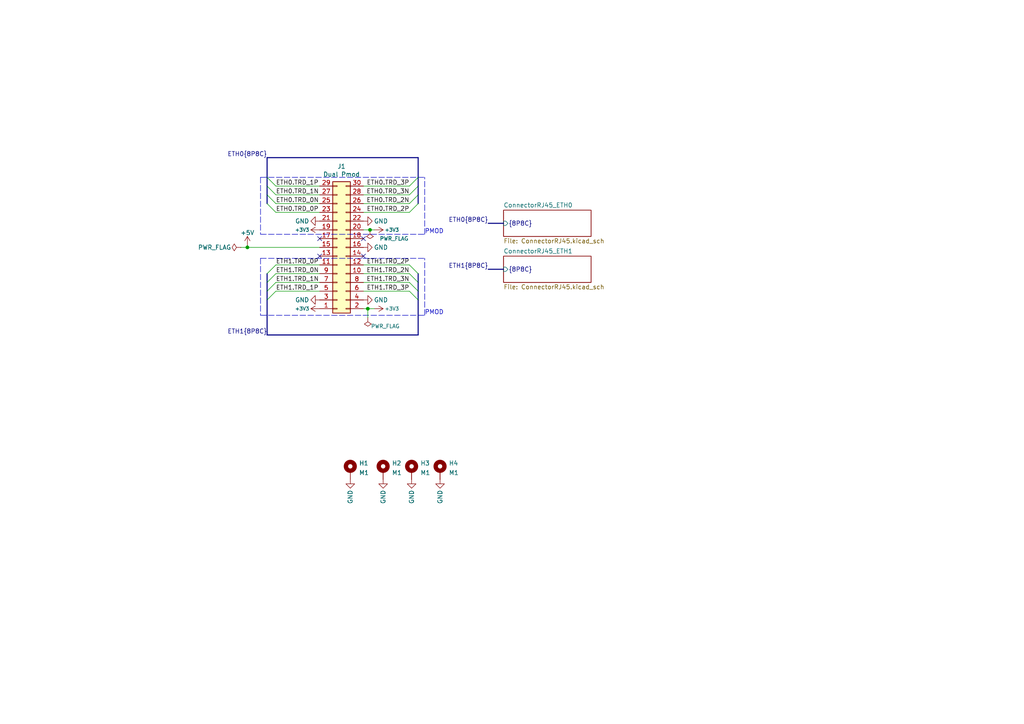
<source format=kicad_sch>
(kicad_sch (version 20211123) (generator eeschema)
  (paper "A4")
  (lib_symbols
    (symbol "Connector_Generic:Conn_02x15_Odd_Even" (pin_names (offset 1.016) hide)
      (property "Reference" "J" (at 1.27 20.32 0))
      (property "Value" "Conn_02x15_Odd_Even" (at 1.27 -20.32 0))
      (symbol "Conn_02x15_Odd_Even_1_1"
        (rectangle (start -1.27 -17.653) (end 0 -17.907) (stroke (width 0.1524)))
        (rectangle (start -1.27 -15.113) (end 0 -15.367) (stroke (width 0.1524)))
        (rectangle (start -1.27 -12.573) (end 0 -12.827) (stroke (width 0.1524)))
        (rectangle (start -1.27 -10.033) (end 0 -10.287) (stroke (width 0.1524)))
        (rectangle (start -1.27 -7.493) (end 0 -7.747) (stroke (width 0.1524)))
        (rectangle (start -1.27 -4.953) (end 0 -5.207) (stroke (width 0.1524)))
        (rectangle (start -1.27 -2.413) (end 0 -2.667) (stroke (width 0.1524)))
        (rectangle (start -1.27 0.127) (end 0 -0.127) (stroke (width 0.1524)))
        (rectangle (start -1.27 2.667) (end 0 2.413) (stroke (width 0.1524)))
        (rectangle (start -1.27 5.207) (end 0 4.953) (stroke (width 0.1524)))
        (rectangle (start -1.27 7.747) (end 0 7.493) (stroke (width 0.1524)))
        (rectangle (start -1.27 10.287) (end 0 10.033) (stroke (width 0.1524)))
        (rectangle (start -1.27 12.827) (end 0 12.573) (stroke (width 0.1524)))
        (rectangle (start -1.27 15.367) (end 0 15.113) (stroke (width 0.1524)))
        (rectangle (start -1.27 17.907) (end 0 17.653) (stroke (width 0.1524)))
        (rectangle (start -1.27 19.05) (end 3.81 -19.05) (stroke (width 0.254)) (fill (type background)))
        (rectangle (start 3.81 -17.653) (end 2.54 -17.907) (stroke (width 0.1524)))
        (rectangle (start 3.81 -15.113) (end 2.54 -15.367) (stroke (width 0.1524)))
        (rectangle (start 3.81 -12.573) (end 2.54 -12.827) (stroke (width 0.1524)))
        (rectangle (start 3.81 -10.033) (end 2.54 -10.287) (stroke (width 0.1524)))
        (rectangle (start 3.81 -7.493) (end 2.54 -7.747) (stroke (width 0.1524)))
        (rectangle (start 3.81 -4.953) (end 2.54 -5.207) (stroke (width 0.1524)))
        (rectangle (start 3.81 -2.413) (end 2.54 -2.667) (stroke (width 0.1524)))
        (rectangle (start 3.81 0.127) (end 2.54 -0.127) (stroke (width 0.1524)))
        (rectangle (start 3.81 2.667) (end 2.54 2.413) (stroke (width 0.1524)))
        (rectangle (start 3.81 5.207) (end 2.54 4.953) (stroke (width 0.1524)))
        (rectangle (start 3.81 7.747) (end 2.54 7.493) (stroke (width 0.1524)))
        (rectangle (start 3.81 10.287) (end 2.54 10.033) (stroke (width 0.1524)))
        (rectangle (start 3.81 12.827) (end 2.54 12.573) (stroke (width 0.1524)))
        (rectangle (start 3.81 15.367) (end 2.54 15.113) (stroke (width 0.1524)))
        (rectangle (start 3.81 17.907) (end 2.54 17.653) (stroke (width 0.1524)))
        (pin passive line (at -5.08 17.78 0) (length 3.81) (name "Pin_1") (number "1"))
        (pin passive line (at 7.62 7.62 180) (length 3.81) (name "Pin_10") (number "10"))
        (pin passive line (at -5.08 5.08 0) (length 3.81) (name "Pin_11") (number "11"))
        (pin passive line (at 7.62 5.08 180) (length 3.81) (name "Pin_12") (number "12"))
        (pin passive line (at -5.08 2.54 0) (length 3.81) (name "Pin_13") (number "13"))
        (pin passive line (at 7.62 2.54 180) (length 3.81) (name "Pin_14") (number "14"))
        (pin passive line (at -5.08 0 0) (length 3.81) (name "Pin_15") (number "15"))
        (pin passive line (at 7.62 0 180) (length 3.81) (name "Pin_16") (number "16"))
        (pin passive line (at -5.08 -2.54 0) (length 3.81) (name "Pin_17") (number "17"))
        (pin passive line (at 7.62 -2.54 180) (length 3.81) (name "Pin_18") (number "18"))
        (pin passive line (at -5.08 -5.08 0) (length 3.81) (name "Pin_19") (number "19"))
        (pin passive line (at 7.62 17.78 180) (length 3.81) (name "Pin_2") (number "2"))
        (pin passive line (at 7.62 -5.08 180) (length 3.81) (name "Pin_20") (number "20"))
        (pin passive line (at -5.08 -7.62 0) (length 3.81) (name "Pin_21") (number "21"))
        (pin passive line (at 7.62 -7.62 180) (length 3.81) (name "Pin_22") (number "22"))
        (pin passive line (at -5.08 -10.16 0) (length 3.81) (name "Pin_23") (number "23"))
        (pin passive line (at 7.62 -10.16 180) (length 3.81) (name "Pin_24") (number "24"))
        (pin passive line (at -5.08 -12.7 0) (length 3.81) (name "Pin_25") (number "25"))
        (pin passive line (at 7.62 -12.7 180) (length 3.81) (name "Pin_26") (number "26"))
        (pin passive line (at -5.08 -15.24 0) (length 3.81) (name "Pin_27") (number "27"))
        (pin passive line (at 7.62 -15.24 180) (length 3.81) (name "Pin_28") (number "28"))
        (pin passive line (at -5.08 -17.78 0) (length 3.81) (name "Pin_29") (number "29"))
        (pin passive line (at -5.08 15.24 0) (length 3.81) (name "Pin_3") (number "3"))
        (pin passive line (at 7.62 -17.78 180) (length 3.81) (name "Pin_30") (number "30"))
        (pin passive line (at 7.62 15.24 180) (length 3.81) (name "Pin_4") (number "4"))
        (pin passive line (at -5.08 12.7 0) (length 3.81) (name "Pin_5") (number "5"))
        (pin passive line (at 7.62 12.7 180) (length 3.81) (name "Pin_6") (number "6"))
        (pin passive line (at -5.08 10.16 0) (length 3.81) (name "Pin_7") (number "7"))
        (pin passive line (at 7.62 10.16 180) (length 3.81) (name "Pin_8") (number "8"))
        (pin passive line (at -5.08 7.62 0) (length 3.81) (name "Pin_9") (number "9"))
      )
    )
    (symbol "Mechanical:MountingHole_Pad" (pin_numbers hide) (pin_names (offset 1.016) hide)
      (property "Reference" "H" (at 0 6.35 0))
      (property "Value" "MountingHole_Pad" (at 0 4.445 0))
      (symbol "MountingHole_Pad_0_1"
        (circle (center 0 1.27) (radius 1.27) (stroke (width 1.27)))
      )
      (symbol "MountingHole_Pad_1_1"
        (pin input line (at 0 -2.54 90) (length 2.54) (name "1") (number "1"))
      )
    )
    (symbol "power:+3V3" (power) (pin_names (offset 0))
      (property "Value" "+3V3" (at 0 3.556 0))
      (symbol "+3V3_0_1"
        (polyline (pts (xy -0.762 1.27) (xy 0 2.54)))
        (polyline (pts (xy 0 0) (xy 0 2.54)))
        (polyline (pts (xy 0 2.54) (xy 0.762 1.27)))
      )
      (symbol "+3V3_1_1"
        (pin power_in line (at 0 0 90) (length 0) hide (name "+3V3") (number "1"))
      )
    )
    (symbol "power:+5V" (power) (pin_names (offset 0))
      (property "Value" "+5V" (at 0 3.556 0))
      (symbol "+5V_0_1"
        (polyline (pts (xy -0.762 1.27) (xy 0 2.54)))
        (polyline (pts (xy 0 0) (xy 0 2.54)))
        (polyline (pts (xy 0 2.54) (xy 0.762 1.27)))
      )
      (symbol "+5V_1_1"
        (pin power_in line (at 0 0 90) (length 0) hide (name "+5V") (number "1"))
      )
    )
    (symbol "power:GND" (power) (pin_names (offset 0))
      (property "Value" "GND" (at 0 -3.81 0))
      (symbol "GND_0_1"
        (polyline (pts (xy 0 0) (xy 0 -1.27) (xy 1.27 -1.27) (xy 0 -2.54) (xy -1.27 -1.27) (xy 0 -1.27)))
      )
      (symbol "GND_1_1"
        (pin power_in line (at 0 0 270) (length 0) hide (name "GND") (number "1"))
      )
    )
    (symbol "power:PWR_FLAG" (power) (pin_numbers hide) (pin_names (offset 0) hide)
      (property "Value" "PWR_FLAG" (at 0 3.81 0))
      (symbol "PWR_FLAG_0_0"
        (pin power_out line (at 0 0 90) (length 0) (name "pwr") (number "1"))
      )
      (symbol "PWR_FLAG_0_1"
        (polyline (pts (xy 0 0) (xy 0 1.27) (xy -1.016 1.905) (xy 0 2.54) (xy 1.016 1.905) (xy 0 1.27)))
      )
    )
  )
  (bus_alias "8P8C" (members "TRD_0P" "TRD_0N" "TRD_1P" "TRD_1N" "TRD_2P" "TRD_2N" "TRD_3P" "TRD_3N"))
  (junction (at 107.315 66.675))
  (junction (at 71.755 71.755))
  (junction (at 106.68 89.535))
  (no_connect (at 105.41 69.215))
  (no_connect (at 105.41 74.295))
  (no_connect (at 92.71 69.215))
  (no_connect (at 92.71 74.295))
  (bus_entry (at 77.47 86.995) (size 2.54 -2.54))
  (bus_entry (at 77.47 81.915) (size 2.54 -2.54))
  (bus_entry (at 118.745 81.915) (size 2.54 2.54))
  (bus_entry (at 77.47 79.375) (size 2.54 -2.54))
  (bus_entry (at 118.745 79.375) (size 2.54 2.54))
  (bus_entry (at 118.745 84.455) (size 2.54 2.54))
  (bus_entry (at 77.47 84.455) (size 2.54 -2.54))
  (bus_entry (at 118.745 76.835) (size 2.54 2.54))
  (bus_entry (at 118.745 56.515) (size 2.54 -2.54))
  (bus_entry (at 118.745 59.055) (size 2.54 -2.54))
  (bus_entry (at 118.745 53.975) (size 2.54 -2.54))
  (bus_entry (at 118.745 61.595) (size 2.54 -2.54))
  (bus_entry (at 77.47 59.055) (size 2.54 2.54))
  (bus_entry (at 77.47 53.975) (size 2.54 2.54))
  (bus_entry (at 77.47 56.515) (size 2.54 2.54))
  (bus_entry (at 77.47 51.435) (size 2.54 2.54))
  (wire (pts (xy 105.41 61.595) (xy 118.745 61.595)))
  (bus (pts (xy 121.285 81.915) (xy 121.285 84.455)))
  (wire (pts (xy 80.01 79.375) (xy 92.71 79.375)))
  (bus (pts (xy 121.285 56.515) (xy 121.285 59.055)))
  (wire (pts (xy 71.755 71.755) (xy 92.71 71.755)))
  (wire (pts (xy 80.01 76.835) (xy 92.71 76.835)))
  (wire (pts (xy 105.41 81.915) (xy 118.745 81.915)))
  (wire (pts (xy 105.41 66.675) (xy 107.315 66.675)))
  (polyline (pts (xy 75.565 67.945) (xy 123.19 67.945)))
  (polyline (pts (xy 123.19 67.945) (xy 123.19 51.435)))
  (wire (pts (xy 69.85 71.755) (xy 71.755 71.755)))
  (bus (pts (xy 77.47 53.975) (xy 77.47 51.435)))
  (wire (pts (xy 71.755 71.755) (xy 71.755 71.12)))
  (wire (pts (xy 105.41 59.055) (xy 118.745 59.055)))
  (wire (pts (xy 107.315 66.675) (xy 108.585 66.675)))
  (wire (pts (xy 105.41 89.535) (xy 106.68 89.535)))
  (polyline (pts (xy 75.565 51.435) (xy 123.19 51.435)))
  (wire (pts (xy 105.41 79.375) (xy 118.745 79.375)))
  (bus (pts (xy 121.285 45.72) (xy 121.285 51.435)))
  (polyline (pts (xy 75.565 91.44) (xy 123.19 91.44)))
  (wire (pts (xy 80.01 81.915) (xy 92.71 81.915)))
  (bus (pts (xy 77.47 86.995) (xy 77.47 97.155)))
  (bus (pts (xy 121.285 51.435) (xy 121.285 53.975)))
  (polyline (pts (xy 75.565 74.93) (xy 75.565 91.44)))
  (bus (pts (xy 121.285 86.995) (xy 121.285 97.155)))
  (bus (pts (xy 141.605 78.105) (xy 146.05 78.105)))
  (bus (pts (xy 121.285 79.375) (xy 121.285 81.915)))
  (polyline (pts (xy 123.19 91.44) (xy 123.19 74.93)))
  (bus (pts (xy 77.47 81.915) (xy 77.47 84.455)))
  (bus (pts (xy 77.47 79.375) (xy 77.47 81.915)))
  (bus (pts (xy 77.47 45.72) (xy 121.285 45.72)))
  (polyline (pts (xy 75.565 74.93) (xy 123.19 74.93)))
  (wire (pts (xy 80.01 59.055) (xy 92.71 59.055)))
  (wire (pts (xy 105.41 84.455) (xy 118.745 84.455)))
  (bus (pts (xy 77.47 56.515) (xy 77.47 53.975)))
  (wire (pts (xy 80.01 53.975) (xy 92.71 53.975)))
  (wire (pts (xy 105.41 53.975) (xy 118.745 53.975)))
  (bus (pts (xy 77.47 97.155) (xy 121.285 97.155)))
  (wire (pts (xy 106.68 92.075) (xy 106.68 89.535)))
  (wire (pts (xy 106.68 89.535) (xy 108.585 89.535)))
  (wire (pts (xy 80.01 84.455) (xy 92.71 84.455)))
  (polyline (pts (xy 75.565 51.435) (xy 75.565 67.945)))
  (bus (pts (xy 121.285 53.975) (xy 121.285 56.515)))
  (wire (pts (xy 105.41 56.515) (xy 118.745 56.515)))
  (bus (pts (xy 77.47 59.055) (xy 77.47 56.515)))
  (bus (pts (xy 77.47 51.435) (xy 77.47 45.72)))
  (bus (pts (xy 77.47 84.455) (xy 77.47 86.995)))
  (wire (pts (xy 105.41 76.835) (xy 118.745 76.835)))
  (bus (pts (xy 121.285 84.455) (xy 121.285 86.995)))
  (wire (pts (xy 80.01 56.515) (xy 92.71 56.515)))
  (bus (pts (xy 141.605 64.77) (xy 146.05 64.77)))
  (wire (pts (xy 80.01 61.595) (xy 92.71 61.595)))
  (text "PMOD" (at 123.19 67.945 0) (effects (font (size 1.27 1.27)) (justify left bottom)))
  (text "PMOD" (at 123.19 91.44 0) (effects (font (size 1.27 1.27)) (justify left bottom)))
  (label "ETH1{8P8C}" (at 141.605 78.105 180))
  (label "ETH1.TRD_1N" (at 80.01 81.915 0))
  (label "ETH1.TRD_1P" (at 80.01 84.455 0))
  (label "ETH1.TRD_3P" (at 118.745 84.455 180))
  (label "ETH0.TRD_2N" (at 118.745 59.055 180))
  (label "ETH0.TRD_1P" (at 80.01 53.975 0))
  (label "ETH0.TRD_3N" (at 118.745 56.515 180))
  (label "ETH0.TRD_0P" (at 80.01 61.595 0))
  (label "ETH1.TRD_3N" (at 118.745 81.915 180))
  (label "ETH1.TRD_0N" (at 80.01 79.375 0))
  (label "ETH1{8P8C}" (at 77.47 97.155 180))
  (label "ETH0{8P8C}" (at 141.605 64.77 180))
  (label "ETH0.TRD_2P" (at 118.745 61.595 180))
  (label "ETH1.TRD_2N" (at 118.745 79.375 180))
  (label "ETH0.TRD_1N" (at 80.01 56.515 0))
  (label "ETH1.TRD_2P" (at 118.745 76.835 180))
  (label "ETH0.TRD_3P" (at 118.745 53.975 180))
  (label "ETH0{8P8C}" (at 77.47 45.72 180))
  (label "ETH1.TRD_0P" (at 80.01 76.835 0))
  (label "ETH0.TRD_0N" (at 80.01 59.055 0))
  (symbol (lib_id "power:+3V3") (at 92.71 66.675 90) (unit 1)
    (property "Reference" "#PWR03" (effects hide))
    (property "Value" "+3V3" (at 87.63 66.675 90) (effects (font (size 1 1))))
  )
  (symbol (lib_id "power:GND") (at 101.6 139.065 0) (unit 1)
    (property "Reference" "#PWR011" (effects hide))
    (property "Value" "GND" (at 101.6 144.145 90))
  )
  (symbol (lib_id "Mechanical:MountingHole_Pad") (at 101.6 136.525 0) (unit 1)
    (property "Reference" "H1" (at 104.14 134.3465 0) (effects (justify left)))
    (property "Value" "M1" (at 104.14 137.1216 0) (effects (justify left)))
    (property "Footprint" "MountingHole:MountingHole_3.2mm_M3_Pad_Via" (effects hide))
  )
  (symbol (lib_id "Connector_Generic:Conn_02x15_Odd_Even") (at 97.79 71.755 0) (mirror x) (unit 1)
    (property "Reference" "J1" (at 99.06 48.26 0))
    (property "Value" "Dual Pmod" (at 99.06 50.5714 0))
    (property "Footprint" "Connector_PinHeader_2.54mm:PinHeader_2x15_P2.54mm_Horizontal" (effects hide))
  )
  (symbol (lib_id "power:PWR_FLAG") (at 69.85 71.755 90) (unit 1)
    (property "Reference" "#FLG01" (effects hide))
    (property "Value" "PWR_FLAG" (at 62.23 71.755 90))
  )
  (symbol (lib_id "Mechanical:MountingHole_Pad") (at 111.125 136.525 0) (unit 1)
    (property "Reference" "H2" (at 113.665 134.3465 0) (effects (justify left)))
    (property "Value" "M1" (at 113.665 137.1216 0) (effects (justify left)))
    (property "Footprint" "MountingHole:MountingHole_3.2mm_M3_Pad_Via" (effects hide))
  )
  (symbol (lib_id "power:GND") (at 105.41 64.135 90) (unit 1)
    (property "Reference" "#PWR06" (effects hide))
    (property "Value" "GND" (at 110.49 64.135 90))
  )
  (symbol (lib_id "power:PWR_FLAG") (at 106.68 92.075 180) (unit 1)
    (property "Reference" "#FLG?" (effects hide))
    (property "Value" "PWR_FLAG" (at 111.76 94.615 0) (effects (font (size 1.1 1.1))))
  )
  (symbol (lib_id "Mechanical:MountingHole_Pad") (at 119.38 136.525 0) (unit 1)
    (property "Reference" "H3" (at 121.92 134.3465 0) (effects (justify left)))
    (property "Value" "M1" (at 121.92 137.1216 0) (effects (justify left)))
    (property "Footprint" "MountingHole:MountingHole_3.2mm_M3_Pad_Via" (effects hide))
  )
  (symbol (lib_id "Mechanical:MountingHole_Pad") (at 127.635 136.525 0) (unit 1)
    (property "Reference" "H4" (at 130.175 134.3465 0) (effects (justify left)))
    (property "Value" "M1" (at 130.175 137.1216 0) (effects (justify left)))
    (property "Footprint" "MountingHole:MountingHole_3.2mm_M3_Pad_Via" (effects hide))
  )
  (symbol (lib_id "power:GND") (at 92.71 64.135 270) (mirror x) (unit 1)
    (property "Reference" "#PWR02" (effects hide))
    (property "Value" "GND" (at 87.63 64.135 90))
  )
  (symbol (lib_id "power:GND") (at 119.38 139.065 0) (unit 1)
    (property "Reference" "#PWR013" (effects hide))
    (property "Value" "GND" (at 119.38 144.145 90))
  )
  (symbol (lib_id "power:+3V3") (at 92.71 89.535 90) (unit 1)
    (property "Reference" "#PWR05" (effects hide))
    (property "Value" "+3V3" (at 87.63 89.535 90) (effects (font (size 1 1))))
  )
  (symbol (lib_id "power:+3V3") (at 108.585 89.535 270) (unit 1)
    (property "Reference" "#PWR010" (effects hide))
    (property "Value" "+3V3" (at 113.665 89.535 90) (effects (font (size 1 1))))
  )
  (symbol (lib_id "power:GND") (at 105.41 71.755 90) (unit 1)
    (property "Reference" "#PWR08" (effects hide))
    (property "Value" "GND" (at 110.49 71.755 90))
  )
  (symbol (lib_id "power:GND") (at 127.635 139.065 0) (unit 1)
    (property "Reference" "#PWR014" (effects hide))
    (property "Value" "GND" (at 127.635 144.145 90))
  )
  (symbol (lib_id "power:+5V") (at 71.755 71.12 0) (unit 1)
    (property "Reference" "#PWR01" (effects hide))
    (property "Value" "+5V" (at 71.755 67.5155 0))
  )
  (symbol (lib_id "power:GND") (at 92.71 86.995 270) (unit 1)
    (property "Reference" "#PWR04" (effects hide))
    (property "Value" "GND" (at 87.63 86.995 90))
  )
  (symbol (lib_id "power:PWR_FLAG") (at 107.315 66.675 180) (unit 1)
    (property "Reference" "#FLG?" (effects hide))
    (property "Value" "PWR_FLAG" (at 114.3 69.215 0) (effects (font (size 1.1 1.1))))
  )
  (symbol (lib_id "power:GND") (at 105.41 86.995 90) (unit 1)
    (property "Reference" "#PWR09" (effects hide))
    (property "Value" "GND" (at 110.49 86.995 90))
  )
  (symbol (lib_id "power:GND") (at 111.125 139.065 0) (unit 1)
    (property "Reference" "#PWR012" (effects hide))
    (property "Value" "GND" (at 111.125 144.145 90))
  )
  (symbol (lib_id "power:+3V3") (at 108.585 66.675 270) (unit 1)
    (property "Reference" "#PWR07" (effects hide))
    (property "Value" "+3V3" (at 113.665 66.675 90) (effects (font (size 1 1))))
  )
  (sheet (at 146.05 74.295) (size 25.4 7.62) (stroke (width 0.1524))
    (property "Sheet name" "ConnectorRJ45_ETH1" (at 146.05 73.5834 0) (effects (justify left bottom)))
    (property "Sheet file" "ConnectorRJ45.kicad_sch" (at 146.05 82.4996 0) (effects (justify left top)))
    (pin "{8P8C}" input (at 146.05 78.105 180))
  )
  (sheet (at 146.05 60.96) (size 25.4 7.62) (stroke (width 0.1524))
    (property "Sheet name" "ConnectorRJ45_ETH0" (at 146.05 60.2484 0) (effects (justify left bottom)))
    (property "Sheet file" "ConnectorRJ45.kicad_sch" (at 146.05 69.1646 0) (effects (justify left top)))
    (pin "{8P8C}" input (at 146.05 64.77 180))
  )
)
</source>
